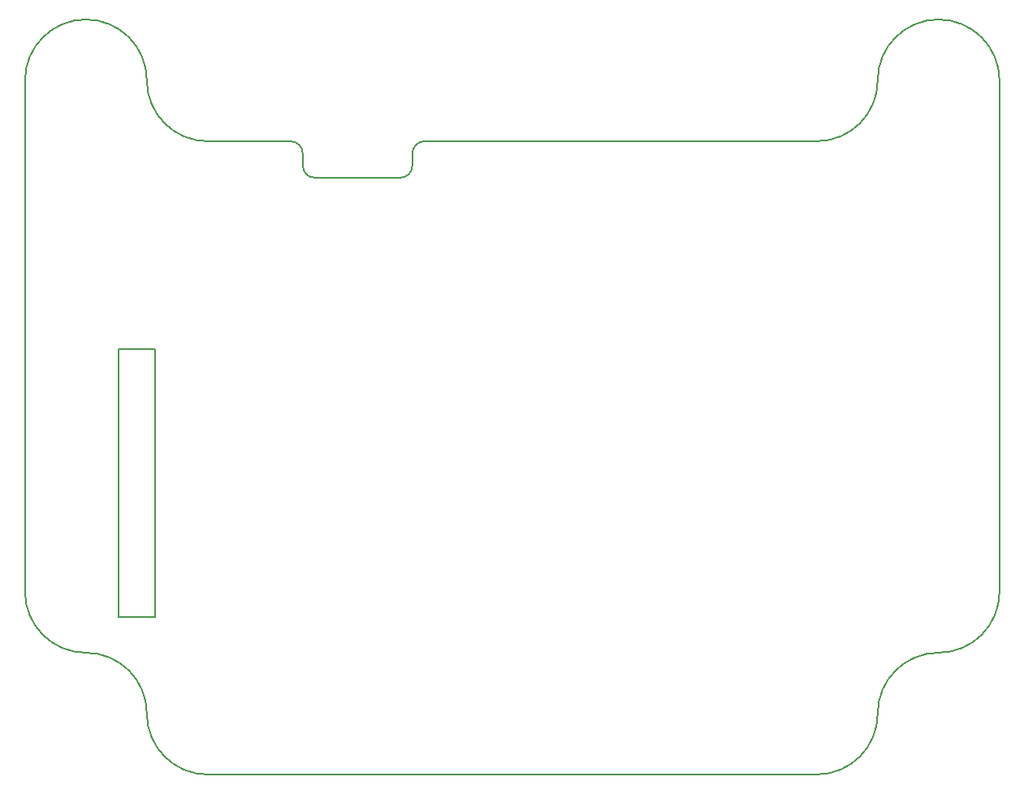
<source format=gbr>
G04 (created by PCBNEW (2013-03-15 BZR 4003)-stable) date 05-Jun-13 3:59:10 PM*
%MOIN*%
G04 Gerber Fmt 3.4, Leading zero omitted, Abs format*
%FSLAX34Y34*%
G01*
G70*
G90*
G04 APERTURE LIST*
%ADD10C,0*%
%ADD11C,0.005*%
G04 APERTURE END LIST*
G54D10*
G54D11*
X21400Y-19500D02*
G75*
G03X20900Y-19000I-500J0D01*
G74*
G01*
X26400Y-19000D02*
G75*
G03X25900Y-19500I0J-500D01*
G74*
G01*
X25400Y-20500D02*
G75*
G03X25900Y-20000I0J500D01*
G74*
G01*
X21400Y-20000D02*
G75*
G03X21900Y-20500I500J0D01*
G74*
G01*
X25900Y-19500D02*
X25900Y-20000D01*
X21400Y-19500D02*
X21400Y-20000D01*
X21900Y-20500D02*
X25400Y-20500D01*
X20900Y-19000D02*
X17500Y-19000D01*
X26400Y-19000D02*
X42500Y-19000D01*
X47500Y-40000D02*
G75*
G03X50000Y-37500I0J2500D01*
G74*
G01*
X42500Y-45000D02*
G75*
G03X45000Y-42500I0J2500D01*
G74*
G01*
X47500Y-40000D02*
G75*
G03X45000Y-42500I0J-2500D01*
G74*
G01*
X15000Y-42500D02*
G75*
G03X17500Y-45000I2500J0D01*
G74*
G01*
X10000Y-37500D02*
G75*
G03X12500Y-40000I2500J0D01*
G74*
G01*
X15000Y-42500D02*
G75*
G03X12500Y-40000I-2500J0D01*
G74*
G01*
X42500Y-19000D02*
G75*
G03X45000Y-16500I0J2500D01*
G74*
G01*
X50000Y-16500D02*
G75*
G03X47500Y-14000I-2500J0D01*
G74*
G01*
X47500Y-14000D02*
G75*
G03X45000Y-16500I0J-2500D01*
G74*
G01*
X15000Y-16500D02*
G75*
G03X17500Y-19000I2500J0D01*
G74*
G01*
X15000Y-16500D02*
G75*
G03X12500Y-14000I-2500J0D01*
G74*
G01*
X12500Y-14000D02*
G75*
G03X10000Y-16500I0J-2500D01*
G74*
G01*
X13850Y-38550D02*
X15350Y-38550D01*
X13850Y-27550D02*
X13850Y-38550D01*
X15350Y-27550D02*
X13850Y-27550D01*
X15350Y-38550D02*
X15350Y-27550D01*
X42500Y-45000D02*
X17500Y-45000D01*
X10000Y-37500D02*
X10000Y-16500D01*
X50000Y-16500D02*
X50000Y-37500D01*
M02*

</source>
